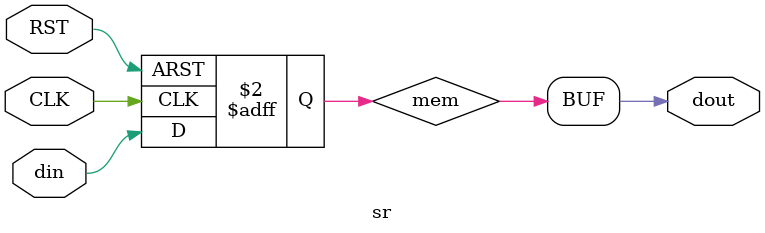
<source format=v>
module sr #(
    parameter   BIT     = 1,
                SHIFT   = 1
) (
    input               CLK,
    input               RST,
    input   [BIT-1:0]   din,
    output  [BIT-1:0]   dout
);

reg [BIT*SHIFT-1:0] mem;


always @(posedge CLK or posedge RST) begin
    if (RST) begin
        mem <= 0;
    end
    else begin
        mem <= {mem, din};
    end
end

assign dout = mem[BIT*SHIFT-1-:BIT];

endmodule

</source>
